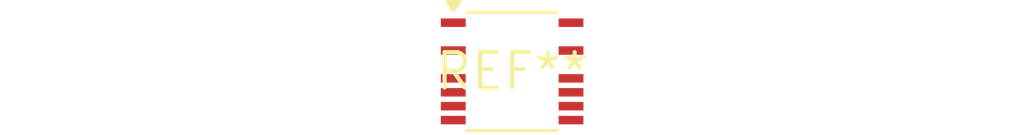
<source format=kicad_pcb>
(kicad_pcb (version 20240108) (generator pcbnew)
  (layers (0 "F.Cu" signal) (31 "B.Cu" signal) (34 "B.Paste" user) (35 "F.Paste" user) (36 "B.SilkS" user "B.Silkscreen") (37 "F.SilkS" user "F.Silkscreen") (38 "B.Mask" user) (39 "F.Mask" user) (44 "Edge.Cuts" user))
  (net 0 "")
  (footprint "Linear_MSOP-12-16_3x4mm_P0.5mm" (layer "F.Cu") (at 0 0)
    (property "Reference" "REF**")
    (property "Value" "Linear_MSOP-12-16_3x4mm_P0.5mm")
    (fp_line (start -1.61 -2.1295) (end 1.61 -2.1295) (layer "F.SilkS") (stroke (width 0.12)))
    (fp_line (start -1.61 2.1295) (end 1.61 2.1295) (layer "F.SilkS") (stroke (width 0.12)))
    (fp_poly (pts (xy -2.1 -2.175) (xy -2.34 -2.505) (xy -1.86 -2.505) (xy -2.1 -2.175)) (layer "F.SilkS") (stroke (width 0.12)) (fill solid))
    (pad "1" smd rect (at -2.107 -1.75) (size 0.889 0.305) (layers "F.Cu" "F.Paste" "F.Mask"))
    (pad "3" smd rect (at -2.107 -0.75) (size 0.889 0.305) (layers "F.Cu" "F.Paste" "F.Mask"))
    (pad "5" smd rect (at -2.107 0.25) (size 0.889 0.305) (layers "F.Cu" "F.Paste" "F.Mask"))
    (pad "6" smd rect (at -2.107 0.75) (size 0.889 0.305) (layers "F.Cu" "F.Paste" "F.Mask"))
    (pad "7" smd rect (at -2.107 1.25) (size 0.889 0.305) (layers "F.Cu" "F.Paste" "F.Mask"))
    (pad "8" smd rect (at -2.107 1.75) (size 0.889 0.305) (layers "F.Cu" "F.Paste" "F.Mask"))
    (pad "9" smd rect (at 2.107 1.75) (size 0.889 0.305) (layers "F.Cu" "F.Paste" "F.Mask"))
    (pad "10" smd rect (at 2.107 1.25) (size 0.889 0.305) (layers "F.Cu" "F.Paste" "F.Mask"))
    (pad "11" smd rect (at 2.107 0.75) (size 0.889 0.305) (layers "F.Cu" "F.Paste" "F.Mask"))
    (pad "12" smd rect (at 2.107 0.25) (size 0.889 0.305) (layers "F.Cu" "F.Paste" "F.Mask"))
    (pad "14" smd rect (at 2.107 -0.75) (size 0.889 0.305) (layers "F.Cu" "F.Paste" "F.Mask"))
    (pad "16" smd rect (at 2.107 -1.75) (size 0.889 0.305) (layers "F.Cu" "F.Paste" "F.Mask"))
  )
)
</source>
